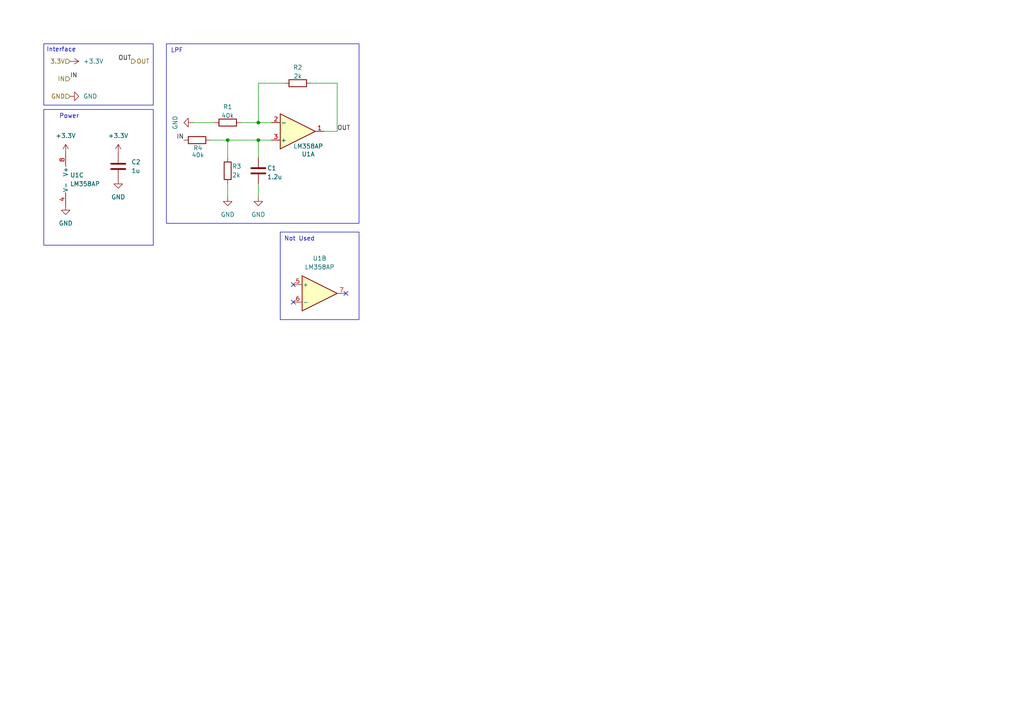
<source format=kicad_sch>
(kicad_sch (version 20231120) (generator "eeschema") (generator_version "8.0")
  (paper "A4")
  (title_block (title "Buck Converter") (date "2025-01-11") (rev "V0") (company "Adam DePinto & Adam Giannetti"))
  (lib_symbols
    (symbol "Amplifier_Operational:LM358" (pin_names (offset 0.127))
      (property "Reference" "U" (at 0 5.08 0))
      (property "Value" "LM358" (at 0 -5.08 0))
      (symbol "LM358_1_1"
        (polyline (pts (xy -5.08 5.08) (xy 5.08 0) (xy -5.08 -5.08) (xy -5.08 5.08)) (stroke (width 0.254)) (fill (type background)))
        (pin output line (at 7.62 0 180) (length 2.54) (name "~") (number "1"))
        (pin input line (at -7.62 -2.54 0) (length 2.54) (name "-") (number "2"))
        (pin input line (at -7.62 2.54 0) (length 2.54) (name "+") (number "3"))
      )
      (symbol "LM358_2_1"
        (polyline (pts (xy -5.08 5.08) (xy 5.08 0) (xy -5.08 -5.08) (xy -5.08 5.08)) (stroke (width 0.254)) (fill (type background)))
        (pin input line (at -7.62 2.54 0) (length 2.54) (name "+") (number "5"))
        (pin input line (at -7.62 -2.54 0) (length 2.54) (name "-") (number "6"))
        (pin output line (at 7.62 0 180) (length 2.54) (name "~") (number "7"))
      )
      (symbol "LM358_3_1"
        (pin power_in line (at -2.54 -7.62 90) (length 3.81) (name "V-") (number "4"))
        (pin power_in line (at -2.54 7.62 270) (length 3.81) (name "V+") (number "8"))
      )
    )
    (symbol "Device:C" (pin_numbers hide) (pin_names (offset 0.254))
      (property "Reference" "C" (at 0.635 2.54 0))
      (property "Value" "C" (at 0.635 -2.54 0))
      (symbol "C_0_1"
        (polyline (pts (xy -2.032 -0.762) (xy 2.032 -0.762)) (stroke (width 0.508)))
        (polyline (pts (xy -2.032 0.762) (xy 2.032 0.762)) (stroke (width 0.508)))
      )
      (symbol "C_1_1"
        (pin passive line (at 0 3.81 270) (length 2.794) (name "~") (number "1"))
        (pin passive line (at 0 -3.81 90) (length 2.794) (name "~") (number "2"))
      )
    )
    (symbol "Device:R" (pin_numbers hide) (pin_names (offset 0))
      (property "Reference" "R" (at 2.032 0 90))
      (property "Value" "R" (at 0 0 90))
      (symbol "R_0_1"
        (rectangle (start -1.016 -2.54) (end 1.016 2.54) (stroke (width 0.254)))
      )
      (symbol "R_1_1"
        (pin passive line (at 0 3.81 270) (length 1.27) (name "~") (number "1"))
        (pin passive line (at 0 -3.81 90) (length 1.27) (name "~") (number "2"))
      )
    )
    (symbol "power:+3.3V" (power) (pin_numbers hide) (pin_names (offset 0) hide)
      (property "Value" "+3.3V" (at 0 3.556 0))
      (symbol "+3.3V_0_1"
        (polyline (pts (xy -0.762 1.27) (xy 0 2.54)))
        (polyline (pts (xy 0 0) (xy 0 2.54)))
        (polyline (pts (xy 0 2.54) (xy 0.762 1.27)))
      )
      (symbol "+3.3V_1_1"
        (pin power_in line (at 0 0 90) (length 0) (name "~") (number "1"))
      )
    )
    (symbol "power:GND" (power) (pin_numbers hide) (pin_names (offset 0) hide)
      (property "Value" "GND" (at 0 -3.81 0))
      (symbol "GND_0_1"
        (polyline (pts (xy 0 0) (xy 0 -1.27) (xy 1.27 -1.27) (xy 0 -2.54) (xy -1.27 -1.27) (xy 0 -1.27)))
      )
      (symbol "GND_1_1"
        (pin power_in line (at 0 0 270) (length 0) (name "~") (number "1"))
      )
    )
  )
  (junction (at 66.04 40.64))
  (junction (at 74.93 40.64))
  (junction (at 74.93 35.56))
  (no_connect (at 85.09 82.55))
  (no_connect (at 85.09 87.63))
  (no_connect (at 100.33 85.09))
  (wire (pts (xy 55.88 35.56) (xy 62.23 35.56)))
  (wire (pts (xy 93.98 38.1) (xy 97.79 38.1)))
  (wire (pts (xy 74.93 35.56) (xy 78.74 35.56)))
  (wire (pts (xy 97.79 24.13) (xy 97.79 38.1)))
  (wire (pts (xy 60.96 40.64) (xy 66.04 40.64)))
  (wire (pts (xy 74.93 24.13) (xy 74.93 35.56)))
  (wire (pts (xy 66.04 40.64) (xy 74.93 40.64)))
  (wire (pts (xy 82.55 24.13) (xy 74.93 24.13)))
  (wire (pts (xy 66.04 40.64) (xy 66.04 45.72)))
  (wire (pts (xy 69.85 35.56) (xy 74.93 35.56)))
  (wire (pts (xy 66.04 53.34) (xy 66.04 57.15)))
  (wire (pts (xy 90.17 24.13) (xy 97.79 24.13)))
  (wire (pts (xy 74.93 53.34) (xy 74.93 57.15)))
  (wire (pts (xy 74.93 40.64) (xy 78.74 40.64)))
  (wire (pts (xy 74.93 40.64) (xy 74.93 45.72)))
  (rectangle (start 48.26 12.7) (end 104.14 64.77))
  (rectangle (start 12.7 12.7) (end 44.45 30.48))
  (rectangle (start 12.7 31.75) (end 44.45 71.12))
  (rectangle (start 81.28 67.31) (end 104.14 92.71))
  (text "LPF" (at 51.308 14.732 0) (effects (font (size 1.27 1.27))))
  (text "Power" (at 20.066 33.782 0) (effects (font (size 1.27 1.27))))
  (text "Not Used\n" (at 86.868 69.342 0) (effects (font (size 1.27 1.27))))
  (text "Interface" (at 17.78 14.478 0) (effects (font (size 1.27 1.27))))
  (label "IN" (at 53.34 40.64 180))
  (label "IN" (at 20.32 22.86 0))
  (label "OUT" (at 38.1 17.78 180))
  (label "OUT" (at 97.79 38.1 0))
  (hierarchical_label "GND" (shape input) (at 20.32 27.94 180))
  (hierarchical_label "IN" (shape input) (at 20.32 22.86 180))
  (hierarchical_label "3.3V" (shape input) (at 20.32 17.78 180))
  (hierarchical_label "OUT" (shape output) (at 38.1 17.78 0))
  (symbol (lib_id "Device:R") (at 66.04 35.56 90) (unit 1)
    (property "Reference" "R1" (at 66.04 30.988 90))
    (property "Value" "40k" (at 66.04 33.528 90))
    (property "Footprint" "Resistor_SMD:R_0805_2012Metric_Pad1.20x1.40mm_HandSolder" (effects (hide yes)))
    (property "Datasheet" "https://www.digikey.ca/en/products/detail/vishay-dale/CRCW080540K0FKEA/5075239" (effects (hide yes)))
    (property "Description" "Resistor" (effects (hide yes)))
    (property "Part Number" "CRCW080540K0FKEA" (effects (hide yes)))
  )
  (symbol (lib_id "Device:R") (at 57.15 40.64 270) (unit 1)
    (property "Reference" "R4" (at 57.404 42.926 90))
    (property "Value" "40k" (at 57.404 44.958 90))
    (property "Footprint" "Resistor_SMD:R_0805_2012Metric_Pad1.20x1.40mm_HandSolder" (effects (hide yes)))
    (property "Datasheet" "https://www.digikey.ca/en/products/detail/vishay-dale/CRCW080540K0FKEA/5075239" (effects (hide yes)))
    (property "Description" "Resistor" (effects (hide yes)))
    (property "Part Number" "CRCW080540K0FKEA" (effects (hide yes)))
  )
  (symbol (lib_id "power:GND") (at 55.88 35.56 270) (mirror x) (unit 1)
    (property "Reference" "#PWR015" (effects (hide yes)))
    (property "Value" "GND" (at 50.8 35.56 0))
    (property "Description" "Power symbol creates a global label with name \"GND\" , ground" (effects (hide yes)))
  )
  (symbol (lib_id "power:GND") (at 20.32 27.94 90) (mirror x) (unit 1)
    (property "Reference" "#PWR011" (effects (hide yes)))
    (property "Value" "GND" (at 24.13 27.9399 90) (effects (justify right)))
    (property "Description" "Power symbol creates a global label with name \"GND\" , ground" (effects (hide yes)))
  )
  (symbol (lib_id "power:+3.3V") (at 20.32 17.78 270) (mirror x) (unit 1)
    (property "Reference" "#PWR09" (effects (hide yes)))
    (property "Value" "+3.3V" (at 24.13 17.7799 90) (effects (justify left)))
    (property "Description" "Power symbol creates a global label with name \"+3.3V\"" (effects (hide yes)))
  )
  (symbol (lib_id "Device:C") (at 74.93 49.53 0) (unit 1)
    (property "Reference" "C1" (at 77.47 48.768 0) (effects (justify left)))
    (property "Value" "1.2u" (at 77.47 51.308 0) (effects (justify left)))
    (property "Footprint" "Capacitor_SMD:C_0805_2012Metric_Pad1.18x1.45mm_HandSolder" (effects (hide yes)))
    (property "Datasheet" "https://www.digikey.ca/en/products/detail/kemet/C0805C125K4PACTU/2211880" (effects (hide yes)))
    (property "Description" "Ceramic Capacitor" (effects (hide yes)))
    (property "Part Number" "C0805C125K4PACTU" (effects (hide yes)))
  )
  (symbol (lib_id "Amplifier_Operational:LM358") (at 21.59 52.07 0) (unit 3)
    (property "Reference" "U1" (at 20.32 50.7999 0) (effects (justify left)))
    (property "Value" "LM358AP" (at 20.32 53.3399 0) (effects (justify left)))
    (property "Footprint" "LM358AP:DIP794W45P254L959H508Q8" (effects (hide yes)))
    (property "Datasheet" "https://www.digikey.ca/en/products/detail/texas-instruments/LM358AP/379836?gclsrc=aw.ds&&utm_adgroup=General&utm_source=google&utm_medium=cpc&utm_campaign=PMax%20Shopping_Product_Zombie%20SKUs&utm_term=&productid=379836&utm_content=General&utm_id=go_cmp-17855401585_adg-_ad-__dev-c_ext-_prd-379836_sig-CjwKCAiAlPu9BhAjEiwA5NDSAwRWTwbz3AcFt3RnyTYA1F-7TOY1wXuysMIGjM_1IurvPisSTkNawhoCKyUQAvD_BwE&gad_source=1&gclid=CjwKCAiAlPu9BhAjEiwA5NDSAwRWTwbz3AcFt3RnyTYA1F-7TOY1wXuysMIGjM_1IurvPisSTkNawhoCKyUQAvD_BwE&gclsrc=aw.ds" (effects (hide yes)))
    (property "Description" "Low-Power, Dual Operational Amplifiers, DIP-8/SOIC-8/TO-99-8" (effects (hide yes)))
    (property "Part Number" "LM358AP" (effects (hide yes)))
  )
  (symbol (lib_id "power:GND") (at 34.29 52.07 0) (mirror y) (unit 1)
    (property "Reference" "#PWR017" (effects (hide yes)))
    (property "Value" "GND" (at 34.29 57.15 0))
    (property "Description" "Power symbol creates a global label with name \"GND\" , ground" (effects (hide yes)))
  )
  (symbol (lib_id "power:+3.3V") (at 34.29 44.45 0) (mirror y) (unit 1)
    (property "Reference" "#PWR016" (effects (hide yes)))
    (property "Value" "+3.3V" (at 34.29 39.37 0))
    (property "Description" "Power symbol creates a global label with name \"+3.3V\"" (effects (hide yes)))
  )
  (symbol (lib_id "power:+3.3V") (at 19.05 44.45 0) (mirror y) (unit 1)
    (property "Reference" "#PWR010" (effects (hide yes)))
    (property "Value" "+3.3V" (at 19.05 39.37 0))
    (property "Description" "Power symbol creates a global label with name \"+3.3V\"" (effects (hide yes)))
  )
  (symbol (lib_id "Device:R") (at 66.04 49.53 180) (unit 1)
    (property "Reference" "R3" (at 67.31 48.26 0) (effects (justify right)))
    (property "Value" "2k" (at 67.31 50.8 0) (effects (justify right)))
    (property "Footprint" "Resistor_SMD:R_0805_2012Metric_Pad1.20x1.40mm_HandSolder" (effects (hide yes)))
    (property "Datasheet" "https://www.digikey.ca/en/products/detail/yageo/RC0805FR-072KL/727664" (effects (hide yes)))
    (property "Description" "Resistor" (effects (hide yes)))
    (property "Part Number" "RC0805FR-072KL" (effects (hide yes)))
  )
  (symbol (lib_id "Amplifier_Operational:LM358") (at 92.71 85.09 0) (unit 2)
    (property "Reference" "U1" (at 92.71 74.93 0))
    (property "Value" "LM358AP" (at 92.71 77.47 0))
    (property "Footprint" "LM358AP:DIP794W45P254L959H508Q8" (effects (hide yes)))
    (property "Datasheet" "https://www.digikey.ca/en/products/detail/texas-instruments/LM358AP/379836?gclsrc=aw.ds&&utm_adgroup=General&utm_source=google&utm_medium=cpc&utm_campaign=PMax%20Shopping_Product_Zombie%20SKUs&utm_term=&productid=379836&utm_content=General&utm_id=go_cmp-17855401585_adg-_ad-__dev-c_ext-_prd-379836_sig-CjwKCAiAlPu9BhAjEiwA5NDSAwRWTwbz3AcFt3RnyTYA1F-7TOY1wXuysMIGjM_1IurvPisSTkNawhoCKyUQAvD_BwE&gad_source=1&gclid=CjwKCAiAlPu9BhAjEiwA5NDSAwRWTwbz3AcFt3RnyTYA1F-7TOY1wXuysMIGjM_1IurvPisSTkNawhoCKyUQAvD_BwE&gclsrc=aw.ds" (effects (hide yes)))
    (property "Description" "Low-Power, Dual Operational Amplifiers, DIP-8/SOIC-8/TO-99-8" (effects (hide yes)))
    (property "Part Number" "LM358AP" (effects (hide yes)))
  )
  (symbol (lib_id "Amplifier_Operational:LM358") (at 86.36 38.1 0) (mirror x) (unit 1)
    (property "Reference" "U1" (at 89.408 44.704 0))
    (property "Value" "LM358AP" (at 89.408 42.418 0))
    (property "Footprint" "LM358AP:DIP794W45P254L959H508Q8" (effects (hide yes)))
    (property "Datasheet" "https://www.digikey.ca/en/products/detail/texas-instruments/LM358AP/379836?gclsrc=aw.ds&&utm_adgroup=General&utm_source=google&utm_medium=cpc&utm_campaign=PMax%20Shopping_Product_Zombie%20SKUs&utm_term=&productid=379836&utm_content=General&utm_id=go_cmp-17855401585_adg-_ad-__dev-c_ext-_prd-379836_sig-CjwKCAiAlPu9BhAjEiwA5NDSAwRWTwbz3AcFt3RnyTYA1F-7TOY1wXuysMIGjM_1IurvPisSTkNawhoCKyUQAvD_BwE&gad_source=1&gclid=CjwKCAiAlPu9BhAjEiwA5NDSAwRWTwbz3AcFt3RnyTYA1F-7TOY1wXuysMIGjM_1IurvPisSTkNawhoCKyUQAvD_BwE&gclsrc=aw.ds" (effects (hide yes)))
    (property "Description" "Low-Power, Dual Operational Amplifiers, DIP-8/SOIC-8/TO-99-8" (effects (hide yes)))
    (property "Part Number" "LM358AP" (effects (hide yes)))
  )
  (symbol (lib_id "Device:R") (at 86.36 24.13 90) (unit 1)
    (property "Reference" "R2" (at 86.36 19.558 90))
    (property "Value" "2k" (at 86.36 22.098 90))
    (property "Footprint" "Resistor_SMD:R_0805_2012Metric_Pad1.20x1.40mm_HandSolder" (effects (hide yes)))
    (property "Datasheet" "https://www.digikey.ca/en/products/detail/yageo/RC0805FR-072KL/727664" (effects (hide yes)))
    (property "Description" "Resistor" (effects (hide yes)))
    (property "Part Number" "RC0805FR-072KL" (effects (hide yes)))
  )
  (symbol (lib_id "power:GND") (at 74.93 57.15 0) (unit 1)
    (property "Reference" "#PWR013" (effects (hide yes)))
    (property "Value" "GND" (at 74.93 62.23 0))
    (property "Description" "Power symbol creates a global label with name \"GND\" , ground" (effects (hide yes)))
  )
  (symbol (lib_id "Device:C") (at 34.29 48.26 0) (unit 1)
    (property "Reference" "C2" (at 38.1 46.9899 0) (effects (justify left)))
    (property "Value" "1u" (at 38.1 49.5299 0) (effects (justify left)))
    (property "Footprint" "Capacitor_SMD:C_0805_2012Metric_Pad1.18x1.45mm_HandSolder" (effects (hide yes)))
    (property "Datasheet" "https://www.digikey.ca/en/products/detail/kyocera-avx/TAJR105K025RNJ/1470310" (effects (hide yes)))
    (property "Description" "Tantalum Decoupling (Bypass) Capacitor" (effects (hide yes)))
    (property "Part Number" "TAJR105K025RNJ" (effects (hide yes)))
  )
  (symbol (lib_id "power:GND") (at 19.05 59.69 0) (mirror y) (unit 1)
    (property "Reference" "#PWR012" (effects (hide yes)))
    (property "Value" "GND" (at 19.05 64.77 0))
    (property "Description" "Power symbol creates a global label with name \"GND\" , ground" (effects (hide yes)))
  )
  (symbol (lib_id "power:GND") (at 66.04 57.15 0) (unit 1)
    (property "Reference" "#PWR014" (effects (hide yes)))
    (property "Value" "GND" (at 66.04 62.23 0))
    (property "Description" "Power symbol creates a global label with name \"GND\" , ground" (effects (hide yes)))
  )
)
</source>
